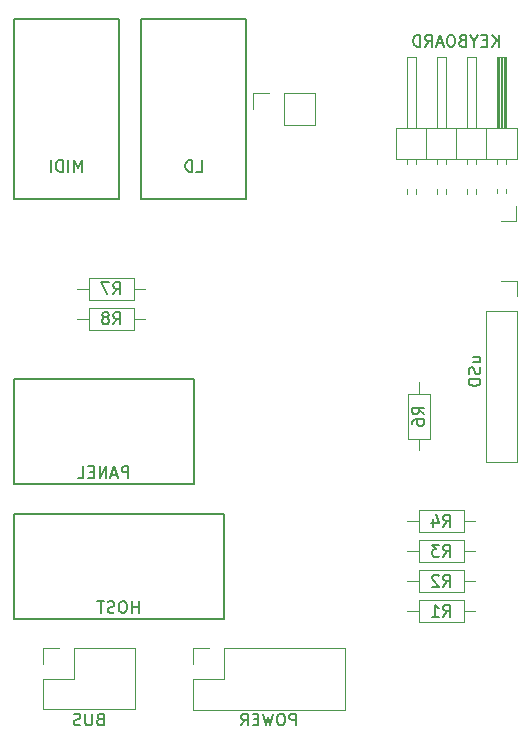
<source format=gbo>
G04 #@! TF.GenerationSoftware,KiCad,Pcbnew,6.0.4+dfsg-1+b1*
G04 #@! TF.CreationDate,2022-04-24T01:07:45+03:00*
G04 #@! TF.ProjectId,yatabaza-cpu,79617461-6261-47a6-912d-6370752e6b69,rev?*
G04 #@! TF.SameCoordinates,Original*
G04 #@! TF.FileFunction,Legend,Bot*
G04 #@! TF.FilePolarity,Positive*
%FSLAX46Y46*%
G04 Gerber Fmt 4.6, Leading zero omitted, Abs format (unit mm)*
G04 Created by KiCad (PCBNEW 6.0.4+dfsg-1+b1) date 2022-04-24 01:07:45*
%MOMM*%
%LPD*%
G01*
G04 APERTURE LIST*
%ADD10C,0.200000*%
%ADD11C,0.150000*%
%ADD12C,0.120000*%
%ADD13C,1.600000*%
%ADD14C,3.800000*%
%ADD15R,1.700000X1.700000*%
%ADD16O,1.700000X1.700000*%
%ADD17C,1.400000*%
%ADD18O,1.400000X1.400000*%
%ADD19R,1.600000X1.600000*%
%ADD20O,1.600000X1.600000*%
G04 APERTURE END LIST*
D10*
X14605000Y-53975000D02*
X32385000Y-53975000D01*
X29845000Y-51435000D02*
X14605000Y-51435000D01*
X23495000Y-12065000D02*
X23495000Y-27305000D01*
X29845000Y-42545000D02*
X29845000Y-51435000D01*
X14605000Y-62865000D02*
X32385000Y-62865000D01*
X34290000Y-12065000D02*
X34290000Y-27305000D01*
X14605000Y-51435000D02*
X14605000Y-42545000D01*
X14605000Y-12065000D02*
X23495000Y-12065000D01*
X14605000Y-27305000D02*
X14605000Y-12065000D01*
X34290000Y-27305000D02*
X25400000Y-27305000D01*
X23495000Y-27305000D02*
X14605000Y-27305000D01*
X14605000Y-53975000D02*
X14605000Y-62865000D01*
X32385000Y-62865000D02*
X32385000Y-53975000D01*
X25400000Y-12065000D02*
X34290000Y-12065000D01*
X14605000Y-42545000D02*
X29845000Y-42545000D01*
X25400000Y-27305000D02*
X25400000Y-12065000D01*
D11*
X24296428Y-50934880D02*
X24296428Y-49934880D01*
X23915476Y-49934880D01*
X23820238Y-49982500D01*
X23772619Y-50030119D01*
X23725000Y-50125357D01*
X23725000Y-50268214D01*
X23772619Y-50363452D01*
X23820238Y-50411071D01*
X23915476Y-50458690D01*
X24296428Y-50458690D01*
X23344047Y-50649166D02*
X22867857Y-50649166D01*
X23439285Y-50934880D02*
X23105952Y-49934880D01*
X22772619Y-50934880D01*
X22439285Y-50934880D02*
X22439285Y-49934880D01*
X21867857Y-50934880D01*
X21867857Y-49934880D01*
X21391666Y-50411071D02*
X21058333Y-50411071D01*
X20915476Y-50934880D02*
X21391666Y-50934880D01*
X21391666Y-49934880D01*
X20915476Y-49934880D01*
X20010714Y-50934880D02*
X20486904Y-50934880D01*
X20486904Y-49934880D01*
X30035476Y-25007380D02*
X30511666Y-25007380D01*
X30511666Y-24007380D01*
X29702142Y-25007380D02*
X29702142Y-24007380D01*
X29464047Y-24007380D01*
X29321190Y-24055000D01*
X29225952Y-24150238D01*
X29178333Y-24245476D01*
X29130714Y-24435952D01*
X29130714Y-24578809D01*
X29178333Y-24769285D01*
X29225952Y-24864523D01*
X29321190Y-24959761D01*
X29464047Y-25007380D01*
X29702142Y-25007380D01*
X25161666Y-62364880D02*
X25161666Y-61364880D01*
X25161666Y-61841071D02*
X24590238Y-61841071D01*
X24590238Y-62364880D02*
X24590238Y-61364880D01*
X23923571Y-61364880D02*
X23733095Y-61364880D01*
X23637857Y-61412500D01*
X23542619Y-61507738D01*
X23495000Y-61698214D01*
X23495000Y-62031547D01*
X23542619Y-62222023D01*
X23637857Y-62317261D01*
X23733095Y-62364880D01*
X23923571Y-62364880D01*
X24018809Y-62317261D01*
X24114047Y-62222023D01*
X24161666Y-62031547D01*
X24161666Y-61698214D01*
X24114047Y-61507738D01*
X24018809Y-61412500D01*
X23923571Y-61364880D01*
X23114047Y-62317261D02*
X22971190Y-62364880D01*
X22733095Y-62364880D01*
X22637857Y-62317261D01*
X22590238Y-62269642D01*
X22542619Y-62174404D01*
X22542619Y-62079166D01*
X22590238Y-61983928D01*
X22637857Y-61936309D01*
X22733095Y-61888690D01*
X22923571Y-61841071D01*
X23018809Y-61793452D01*
X23066428Y-61745833D01*
X23114047Y-61650595D01*
X23114047Y-61555357D01*
X23066428Y-61460119D01*
X23018809Y-61412500D01*
X22923571Y-61364880D01*
X22685476Y-61364880D01*
X22542619Y-61412500D01*
X22256904Y-61364880D02*
X21685476Y-61364880D01*
X21971190Y-62364880D02*
X21971190Y-61364880D01*
X20359523Y-25007380D02*
X20359523Y-24007380D01*
X20026190Y-24721666D01*
X19692857Y-24007380D01*
X19692857Y-25007380D01*
X19216666Y-25007380D02*
X19216666Y-24007380D01*
X18740476Y-25007380D02*
X18740476Y-24007380D01*
X18502380Y-24007380D01*
X18359523Y-24055000D01*
X18264285Y-24150238D01*
X18216666Y-24245476D01*
X18169047Y-24435952D01*
X18169047Y-24578809D01*
X18216666Y-24769285D01*
X18264285Y-24864523D01*
X18359523Y-24959761D01*
X18502380Y-25007380D01*
X18740476Y-25007380D01*
X17740476Y-25007380D02*
X17740476Y-24007380D01*
X21898571Y-71366071D02*
X21755714Y-71413690D01*
X21708095Y-71461309D01*
X21660476Y-71556547D01*
X21660476Y-71699404D01*
X21708095Y-71794642D01*
X21755714Y-71842261D01*
X21850952Y-71889880D01*
X22231904Y-71889880D01*
X22231904Y-70889880D01*
X21898571Y-70889880D01*
X21803333Y-70937500D01*
X21755714Y-70985119D01*
X21708095Y-71080357D01*
X21708095Y-71175595D01*
X21755714Y-71270833D01*
X21803333Y-71318452D01*
X21898571Y-71366071D01*
X22231904Y-71366071D01*
X21231904Y-70889880D02*
X21231904Y-71699404D01*
X21184285Y-71794642D01*
X21136666Y-71842261D01*
X21041428Y-71889880D01*
X20850952Y-71889880D01*
X20755714Y-71842261D01*
X20708095Y-71794642D01*
X20660476Y-71699404D01*
X20660476Y-70889880D01*
X20231904Y-71842261D02*
X20089047Y-71889880D01*
X19850952Y-71889880D01*
X19755714Y-71842261D01*
X19708095Y-71794642D01*
X19660476Y-71699404D01*
X19660476Y-71604166D01*
X19708095Y-71508928D01*
X19755714Y-71461309D01*
X19850952Y-71413690D01*
X20041428Y-71366071D01*
X20136666Y-71318452D01*
X20184285Y-71270833D01*
X20231904Y-71175595D01*
X20231904Y-71080357D01*
X20184285Y-70985119D01*
X20136666Y-70937500D01*
X20041428Y-70889880D01*
X19803333Y-70889880D01*
X19660476Y-70937500D01*
X38504523Y-71889880D02*
X38504523Y-70889880D01*
X38123571Y-70889880D01*
X38028333Y-70937500D01*
X37980714Y-70985119D01*
X37933095Y-71080357D01*
X37933095Y-71223214D01*
X37980714Y-71318452D01*
X38028333Y-71366071D01*
X38123571Y-71413690D01*
X38504523Y-71413690D01*
X37314047Y-70889880D02*
X37123571Y-70889880D01*
X37028333Y-70937500D01*
X36933095Y-71032738D01*
X36885476Y-71223214D01*
X36885476Y-71556547D01*
X36933095Y-71747023D01*
X37028333Y-71842261D01*
X37123571Y-71889880D01*
X37314047Y-71889880D01*
X37409285Y-71842261D01*
X37504523Y-71747023D01*
X37552142Y-71556547D01*
X37552142Y-71223214D01*
X37504523Y-71032738D01*
X37409285Y-70937500D01*
X37314047Y-70889880D01*
X36552142Y-70889880D02*
X36314047Y-71889880D01*
X36123571Y-71175595D01*
X35933095Y-71889880D01*
X35695000Y-70889880D01*
X35314047Y-71366071D02*
X34980714Y-71366071D01*
X34837857Y-71889880D02*
X35314047Y-71889880D01*
X35314047Y-70889880D01*
X34837857Y-70889880D01*
X33837857Y-71889880D02*
X34171190Y-71413690D01*
X34409285Y-71889880D02*
X34409285Y-70889880D01*
X34028333Y-70889880D01*
X33933095Y-70937500D01*
X33885476Y-70985119D01*
X33837857Y-71080357D01*
X33837857Y-71223214D01*
X33885476Y-71318452D01*
X33933095Y-71366071D01*
X34028333Y-71413690D01*
X34409285Y-71413690D01*
X53443214Y-41148095D02*
X54109880Y-41148095D01*
X53443214Y-40719523D02*
X53967023Y-40719523D01*
X54062261Y-40767142D01*
X54109880Y-40862380D01*
X54109880Y-41005238D01*
X54062261Y-41100476D01*
X54014642Y-41148095D01*
X54062261Y-41576666D02*
X54109880Y-41719523D01*
X54109880Y-41957619D01*
X54062261Y-42052857D01*
X54014642Y-42100476D01*
X53919404Y-42148095D01*
X53824166Y-42148095D01*
X53728928Y-42100476D01*
X53681309Y-42052857D01*
X53633690Y-41957619D01*
X53586071Y-41767142D01*
X53538452Y-41671904D01*
X53490833Y-41624285D01*
X53395595Y-41576666D01*
X53300357Y-41576666D01*
X53205119Y-41624285D01*
X53157500Y-41671904D01*
X53109880Y-41767142D01*
X53109880Y-42005238D01*
X53157500Y-42148095D01*
X54109880Y-42576666D02*
X53109880Y-42576666D01*
X53109880Y-42814761D01*
X53157500Y-42957619D01*
X53252738Y-43052857D01*
X53347976Y-43100476D01*
X53538452Y-43148095D01*
X53681309Y-43148095D01*
X53871785Y-43100476D01*
X53967023Y-43052857D01*
X54062261Y-42957619D01*
X54109880Y-42814761D01*
X54109880Y-42576666D01*
X55665238Y-14422380D02*
X55665238Y-13422380D01*
X55093809Y-14422380D02*
X55522380Y-13850952D01*
X55093809Y-13422380D02*
X55665238Y-13993809D01*
X54665238Y-13898571D02*
X54331904Y-13898571D01*
X54189047Y-14422380D02*
X54665238Y-14422380D01*
X54665238Y-13422380D01*
X54189047Y-13422380D01*
X53570000Y-13946190D02*
X53570000Y-14422380D01*
X53903333Y-13422380D02*
X53570000Y-13946190D01*
X53236666Y-13422380D01*
X52570000Y-13898571D02*
X52427142Y-13946190D01*
X52379523Y-13993809D01*
X52331904Y-14089047D01*
X52331904Y-14231904D01*
X52379523Y-14327142D01*
X52427142Y-14374761D01*
X52522380Y-14422380D01*
X52903333Y-14422380D01*
X52903333Y-13422380D01*
X52570000Y-13422380D01*
X52474761Y-13470000D01*
X52427142Y-13517619D01*
X52379523Y-13612857D01*
X52379523Y-13708095D01*
X52427142Y-13803333D01*
X52474761Y-13850952D01*
X52570000Y-13898571D01*
X52903333Y-13898571D01*
X51712857Y-13422380D02*
X51522380Y-13422380D01*
X51427142Y-13470000D01*
X51331904Y-13565238D01*
X51284285Y-13755714D01*
X51284285Y-14089047D01*
X51331904Y-14279523D01*
X51427142Y-14374761D01*
X51522380Y-14422380D01*
X51712857Y-14422380D01*
X51808095Y-14374761D01*
X51903333Y-14279523D01*
X51950952Y-14089047D01*
X51950952Y-13755714D01*
X51903333Y-13565238D01*
X51808095Y-13470000D01*
X51712857Y-13422380D01*
X50903333Y-14136666D02*
X50427142Y-14136666D01*
X50998571Y-14422380D02*
X50665238Y-13422380D01*
X50331904Y-14422380D01*
X49427142Y-14422380D02*
X49760476Y-13946190D01*
X49998571Y-14422380D02*
X49998571Y-13422380D01*
X49617619Y-13422380D01*
X49522380Y-13470000D01*
X49474761Y-13517619D01*
X49427142Y-13612857D01*
X49427142Y-13755714D01*
X49474761Y-13850952D01*
X49522380Y-13898571D01*
X49617619Y-13946190D01*
X49998571Y-13946190D01*
X48998571Y-14422380D02*
X48998571Y-13422380D01*
X48760476Y-13422380D01*
X48617619Y-13470000D01*
X48522380Y-13565238D01*
X48474761Y-13660476D01*
X48427142Y-13850952D01*
X48427142Y-13993809D01*
X48474761Y-14184285D01*
X48522380Y-14279523D01*
X48617619Y-14374761D01*
X48760476Y-14422380D01*
X48998571Y-14422380D01*
X23026666Y-35377380D02*
X23360000Y-34901190D01*
X23598095Y-35377380D02*
X23598095Y-34377380D01*
X23217142Y-34377380D01*
X23121904Y-34425000D01*
X23074285Y-34472619D01*
X23026666Y-34567857D01*
X23026666Y-34710714D01*
X23074285Y-34805952D01*
X23121904Y-34853571D01*
X23217142Y-34901190D01*
X23598095Y-34901190D01*
X22693333Y-34377380D02*
X22026666Y-34377380D01*
X22455238Y-35377380D01*
X23026666Y-37917380D02*
X23360000Y-37441190D01*
X23598095Y-37917380D02*
X23598095Y-36917380D01*
X23217142Y-36917380D01*
X23121904Y-36965000D01*
X23074285Y-37012619D01*
X23026666Y-37107857D01*
X23026666Y-37250714D01*
X23074285Y-37345952D01*
X23121904Y-37393571D01*
X23217142Y-37441190D01*
X23598095Y-37441190D01*
X22455238Y-37345952D02*
X22550476Y-37298333D01*
X22598095Y-37250714D01*
X22645714Y-37155476D01*
X22645714Y-37107857D01*
X22598095Y-37012619D01*
X22550476Y-36965000D01*
X22455238Y-36917380D01*
X22264761Y-36917380D01*
X22169523Y-36965000D01*
X22121904Y-37012619D01*
X22074285Y-37107857D01*
X22074285Y-37155476D01*
X22121904Y-37250714D01*
X22169523Y-37298333D01*
X22264761Y-37345952D01*
X22455238Y-37345952D01*
X22550476Y-37393571D01*
X22598095Y-37441190D01*
X22645714Y-37536428D01*
X22645714Y-37726904D01*
X22598095Y-37822142D01*
X22550476Y-37869761D01*
X22455238Y-37917380D01*
X22264761Y-37917380D01*
X22169523Y-37869761D01*
X22121904Y-37822142D01*
X22074285Y-37726904D01*
X22074285Y-37536428D01*
X22121904Y-37441190D01*
X22169523Y-37393571D01*
X22264761Y-37345952D01*
X49347380Y-45553333D02*
X48871190Y-45220000D01*
X49347380Y-44981904D02*
X48347380Y-44981904D01*
X48347380Y-45362857D01*
X48395000Y-45458095D01*
X48442619Y-45505714D01*
X48537857Y-45553333D01*
X48680714Y-45553333D01*
X48775952Y-45505714D01*
X48823571Y-45458095D01*
X48871190Y-45362857D01*
X48871190Y-44981904D01*
X48347380Y-46410476D02*
X48347380Y-46220000D01*
X48395000Y-46124761D01*
X48442619Y-46077142D01*
X48585476Y-45981904D01*
X48775952Y-45934285D01*
X49156904Y-45934285D01*
X49252142Y-45981904D01*
X49299761Y-46029523D01*
X49347380Y-46124761D01*
X49347380Y-46315238D01*
X49299761Y-46410476D01*
X49252142Y-46458095D01*
X49156904Y-46505714D01*
X48918809Y-46505714D01*
X48823571Y-46458095D01*
X48775952Y-46410476D01*
X48728333Y-46315238D01*
X48728333Y-46124761D01*
X48775952Y-46029523D01*
X48823571Y-45981904D01*
X48918809Y-45934285D01*
X50966666Y-62682380D02*
X51300000Y-62206190D01*
X51538095Y-62682380D02*
X51538095Y-61682380D01*
X51157142Y-61682380D01*
X51061904Y-61730000D01*
X51014285Y-61777619D01*
X50966666Y-61872857D01*
X50966666Y-62015714D01*
X51014285Y-62110952D01*
X51061904Y-62158571D01*
X51157142Y-62206190D01*
X51538095Y-62206190D01*
X50014285Y-62682380D02*
X50585714Y-62682380D01*
X50300000Y-62682380D02*
X50300000Y-61682380D01*
X50395238Y-61825238D01*
X50490476Y-61920476D01*
X50585714Y-61968095D01*
X50966666Y-60142380D02*
X51300000Y-59666190D01*
X51538095Y-60142380D02*
X51538095Y-59142380D01*
X51157142Y-59142380D01*
X51061904Y-59190000D01*
X51014285Y-59237619D01*
X50966666Y-59332857D01*
X50966666Y-59475714D01*
X51014285Y-59570952D01*
X51061904Y-59618571D01*
X51157142Y-59666190D01*
X51538095Y-59666190D01*
X50585714Y-59237619D02*
X50538095Y-59190000D01*
X50442857Y-59142380D01*
X50204761Y-59142380D01*
X50109523Y-59190000D01*
X50061904Y-59237619D01*
X50014285Y-59332857D01*
X50014285Y-59428095D01*
X50061904Y-59570952D01*
X50633333Y-60142380D01*
X50014285Y-60142380D01*
X50966666Y-57602380D02*
X51300000Y-57126190D01*
X51538095Y-57602380D02*
X51538095Y-56602380D01*
X51157142Y-56602380D01*
X51061904Y-56650000D01*
X51014285Y-56697619D01*
X50966666Y-56792857D01*
X50966666Y-56935714D01*
X51014285Y-57030952D01*
X51061904Y-57078571D01*
X51157142Y-57126190D01*
X51538095Y-57126190D01*
X50633333Y-56602380D02*
X50014285Y-56602380D01*
X50347619Y-56983333D01*
X50204761Y-56983333D01*
X50109523Y-57030952D01*
X50061904Y-57078571D01*
X50014285Y-57173809D01*
X50014285Y-57411904D01*
X50061904Y-57507142D01*
X50109523Y-57554761D01*
X50204761Y-57602380D01*
X50490476Y-57602380D01*
X50585714Y-57554761D01*
X50633333Y-57507142D01*
X50966666Y-55062380D02*
X51300000Y-54586190D01*
X51538095Y-55062380D02*
X51538095Y-54062380D01*
X51157142Y-54062380D01*
X51061904Y-54110000D01*
X51014285Y-54157619D01*
X50966666Y-54252857D01*
X50966666Y-54395714D01*
X51014285Y-54490952D01*
X51061904Y-54538571D01*
X51157142Y-54586190D01*
X51538095Y-54586190D01*
X50109523Y-54395714D02*
X50109523Y-55062380D01*
X50347619Y-54014761D02*
X50585714Y-54729047D01*
X49966666Y-54729047D01*
D12*
X17100000Y-70540000D02*
X24840000Y-70540000D01*
X19700000Y-65340000D02*
X24840000Y-65340000D01*
X19700000Y-67940000D02*
X17100000Y-67940000D01*
X19700000Y-65340000D02*
X19700000Y-67940000D01*
X17100000Y-67940000D02*
X17100000Y-70540000D01*
X24840000Y-65340000D02*
X24840000Y-70540000D01*
X18430000Y-65340000D02*
X17100000Y-65340000D01*
X17100000Y-65340000D02*
X17100000Y-66670000D01*
X29785000Y-67945000D02*
X29785000Y-70545000D01*
X29785000Y-65345000D02*
X29785000Y-66675000D01*
X32385000Y-67945000D02*
X29785000Y-67945000D01*
X32385000Y-65345000D02*
X42605000Y-65345000D01*
X32385000Y-65345000D02*
X32385000Y-67945000D01*
X31115000Y-65345000D02*
X29785000Y-65345000D01*
X42605000Y-65345000D02*
X42605000Y-70545000D01*
X29785000Y-70545000D02*
X42605000Y-70545000D01*
X37465000Y-21015000D02*
X40065000Y-21015000D01*
X36195000Y-18355000D02*
X34865000Y-18355000D01*
X34865000Y-18355000D02*
X34865000Y-19685000D01*
X37465000Y-18355000D02*
X40065000Y-18355000D01*
X40065000Y-18355000D02*
X40065000Y-21015000D01*
X37465000Y-18355000D02*
X37465000Y-21015000D01*
X57210000Y-36830000D02*
X57210000Y-49590000D01*
X57210000Y-36830000D02*
X54550000Y-36830000D01*
X57210000Y-34230000D02*
X55880000Y-34230000D01*
X57210000Y-49590000D02*
X54550000Y-49590000D01*
X54550000Y-36830000D02*
X54550000Y-49590000D01*
X57210000Y-35560000D02*
X57210000Y-34230000D01*
X55500000Y-15300000D02*
X55500000Y-21300000D01*
X48640000Y-21300000D02*
X48640000Y-15300000D01*
X55500000Y-26830000D02*
X55500000Y-26442929D01*
X55500000Y-24357071D02*
X55500000Y-23960000D01*
X51180000Y-24357071D02*
X51180000Y-23960000D01*
X56080000Y-21300000D02*
X56080000Y-15300000D01*
X47880000Y-15300000D02*
X47880000Y-21300000D01*
X48640000Y-26897071D02*
X48640000Y-26442929D01*
X56260000Y-24357071D02*
X56260000Y-23960000D01*
X55720000Y-21300000D02*
X55720000Y-15300000D01*
X52070000Y-23960000D02*
X52070000Y-21300000D01*
X56200000Y-21300000D02*
X56200000Y-15300000D01*
X50420000Y-24357071D02*
X50420000Y-23960000D01*
X51180000Y-26897071D02*
X51180000Y-26442929D01*
X51180000Y-15300000D02*
X50420000Y-15300000D01*
X55960000Y-21300000D02*
X55960000Y-15300000D01*
X56260000Y-26830000D02*
X56260000Y-26442929D01*
X54610000Y-23960000D02*
X54610000Y-21300000D01*
X50420000Y-26897071D02*
X50420000Y-26442929D01*
X55600000Y-21300000D02*
X55600000Y-15300000D01*
X46930000Y-23960000D02*
X46930000Y-21300000D01*
X53720000Y-26897071D02*
X53720000Y-26442929D01*
X48640000Y-15300000D02*
X47880000Y-15300000D01*
X50420000Y-15300000D02*
X50420000Y-21300000D01*
X53720000Y-21300000D02*
X53720000Y-15300000D01*
X57210000Y-21300000D02*
X57210000Y-23960000D01*
X53720000Y-24357071D02*
X53720000Y-23960000D01*
X47880000Y-24357071D02*
X47880000Y-23960000D01*
X52960000Y-24357071D02*
X52960000Y-23960000D01*
X48640000Y-24357071D02*
X48640000Y-23960000D01*
X52960000Y-15300000D02*
X52960000Y-21300000D01*
X57150000Y-29210000D02*
X57150000Y-27940000D01*
X57210000Y-23960000D02*
X46930000Y-23960000D01*
X53720000Y-15300000D02*
X52960000Y-15300000D01*
X56260000Y-15300000D02*
X55500000Y-15300000D01*
X46930000Y-21300000D02*
X57210000Y-21300000D01*
X55880000Y-29210000D02*
X57150000Y-29210000D01*
X47880000Y-26897071D02*
X47880000Y-26442929D01*
X56260000Y-21300000D02*
X56260000Y-15300000D01*
X55840000Y-21300000D02*
X55840000Y-15300000D01*
X51180000Y-21300000D02*
X51180000Y-15300000D01*
X49530000Y-23960000D02*
X49530000Y-21300000D01*
X52960000Y-26897071D02*
X52960000Y-26442929D01*
X25730000Y-34925000D02*
X24780000Y-34925000D01*
X19990000Y-34925000D02*
X20940000Y-34925000D01*
X20940000Y-34005000D02*
X24780000Y-34005000D01*
X24780000Y-35845000D02*
X20940000Y-35845000D01*
X24780000Y-34005000D02*
X24780000Y-35845000D01*
X20940000Y-35845000D02*
X20940000Y-34005000D01*
X25730000Y-37465000D02*
X24780000Y-37465000D01*
X24780000Y-36545000D02*
X24780000Y-38385000D01*
X19990000Y-37465000D02*
X20940000Y-37465000D01*
X20940000Y-38385000D02*
X20940000Y-36545000D01*
X24780000Y-38385000D02*
X20940000Y-38385000D01*
X20940000Y-36545000D02*
X24780000Y-36545000D01*
X47975000Y-43800000D02*
X49815000Y-43800000D01*
X49815000Y-43800000D02*
X49815000Y-47640000D01*
X48895000Y-48590000D02*
X48895000Y-47640000D01*
X47975000Y-47640000D02*
X47975000Y-43800000D01*
X49815000Y-47640000D02*
X47975000Y-47640000D01*
X48895000Y-42850000D02*
X48895000Y-43800000D01*
X52720000Y-58770000D02*
X52720000Y-60610000D01*
X53670000Y-59690000D02*
X52720000Y-59690000D01*
X48880000Y-58770000D02*
X52720000Y-58770000D01*
X48880000Y-60610000D02*
X48880000Y-58770000D01*
X47930000Y-59690000D02*
X48880000Y-59690000D01*
X52720000Y-60610000D02*
X48880000Y-60610000D01*
X47930000Y-62230000D02*
X48880000Y-62230000D01*
X53670000Y-62230000D02*
X52720000Y-62230000D01*
X48880000Y-61310000D02*
X52720000Y-61310000D01*
X48880000Y-63150000D02*
X48880000Y-61310000D01*
X52720000Y-61310000D02*
X52720000Y-63150000D01*
X52720000Y-63150000D02*
X48880000Y-63150000D01*
X48880000Y-56230000D02*
X52720000Y-56230000D01*
X48880000Y-58070000D02*
X48880000Y-56230000D01*
X52720000Y-56230000D02*
X52720000Y-58070000D01*
X52720000Y-58070000D02*
X48880000Y-58070000D01*
X53670000Y-57150000D02*
X52720000Y-57150000D01*
X47930000Y-57150000D02*
X48880000Y-57150000D01*
X52720000Y-55530000D02*
X48880000Y-55530000D01*
X48880000Y-53690000D02*
X52720000Y-53690000D01*
X48880000Y-55530000D02*
X48880000Y-53690000D01*
X53670000Y-54610000D02*
X52720000Y-54610000D01*
X52720000Y-53690000D02*
X52720000Y-55530000D01*
X47930000Y-54610000D02*
X48880000Y-54610000D01*
%LPC*%
D13*
X34925000Y-49530000D03*
X32425000Y-49530000D03*
X30480000Y-38120000D03*
X30480000Y-40620000D03*
D14*
X38735000Y-15240000D03*
X38735000Y-60960000D03*
D15*
X27305000Y-65405000D03*
D16*
X27305000Y-67945000D03*
X27305000Y-70485000D03*
D15*
X24765000Y-45720000D03*
D16*
X24765000Y-48260000D03*
X22225000Y-45720000D03*
X22225000Y-48260000D03*
X19685000Y-45720000D03*
X19685000Y-48260000D03*
D15*
X28575000Y-17145000D03*
D16*
X31115000Y-17145000D03*
X28575000Y-19685000D03*
X31115000Y-19685000D03*
X28575000Y-22225000D03*
X31115000Y-22225000D03*
D15*
X27305000Y-57150000D03*
D16*
X27305000Y-59690000D03*
X24765000Y-57150000D03*
X24765000Y-59690000D03*
X22225000Y-57150000D03*
X22225000Y-59690000D03*
X19685000Y-57150000D03*
X19685000Y-59690000D03*
D15*
X17780000Y-17145000D03*
D16*
X20320000Y-17145000D03*
X17780000Y-19685000D03*
X20320000Y-19685000D03*
X17780000Y-22225000D03*
X20320000Y-22225000D03*
D17*
X40640000Y-52020000D03*
D18*
X40640000Y-49480000D03*
D17*
X30480000Y-35510000D03*
D18*
X30480000Y-32970000D03*
D17*
X26720000Y-29845000D03*
D18*
X29260000Y-29845000D03*
D19*
X44450000Y-21590000D03*
D20*
X44450000Y-24130000D03*
X44450000Y-26670000D03*
X44450000Y-29210000D03*
X44450000Y-31750000D03*
X44450000Y-34290000D03*
X44450000Y-36830000D03*
X44450000Y-39370000D03*
X44450000Y-41910000D03*
X44450000Y-44450000D03*
X44450000Y-46990000D03*
X44450000Y-49530000D03*
X44450000Y-52070000D03*
X44450000Y-54610000D03*
X44450000Y-57150000D03*
X44450000Y-59690000D03*
X44450000Y-62230000D03*
X44450000Y-64770000D03*
X44450000Y-67310000D03*
X44450000Y-69850000D03*
X59690000Y-69850000D03*
X59690000Y-67310000D03*
X59690000Y-64770000D03*
X59690000Y-62230000D03*
X59690000Y-59690000D03*
X59690000Y-57150000D03*
X59690000Y-54610000D03*
X59690000Y-52070000D03*
X59690000Y-49530000D03*
X59690000Y-46990000D03*
X59690000Y-44450000D03*
X59690000Y-41910000D03*
X59690000Y-39370000D03*
X59690000Y-36830000D03*
X59690000Y-34290000D03*
X59690000Y-31750000D03*
X59690000Y-29210000D03*
X59690000Y-26670000D03*
X59690000Y-24130000D03*
X59690000Y-21590000D03*
D19*
X40640000Y-45720000D03*
D20*
X40640000Y-43180000D03*
X40640000Y-40640000D03*
X40640000Y-38100000D03*
X40640000Y-35560000D03*
X40640000Y-33020000D03*
X40640000Y-30480000D03*
X33020000Y-30480000D03*
X33020000Y-33020000D03*
X33020000Y-35560000D03*
X33020000Y-38100000D03*
X33020000Y-40640000D03*
X33020000Y-43180000D03*
X33020000Y-45720000D03*
D19*
X26670000Y-32385000D03*
D20*
X24130000Y-32385000D03*
X21590000Y-32385000D03*
X19050000Y-32385000D03*
X19050000Y-40005000D03*
X21590000Y-40005000D03*
X24130000Y-40005000D03*
X26670000Y-40005000D03*
D19*
X24130000Y-29845000D03*
D20*
X21590000Y-29845000D03*
D15*
X18430000Y-66670000D03*
D16*
X18430000Y-69210000D03*
X20970000Y-66670000D03*
X20970000Y-69210000D03*
X23510000Y-66670000D03*
X23510000Y-69210000D03*
D15*
X31115000Y-66675000D03*
D16*
X31115000Y-69215000D03*
X33655000Y-66675000D03*
X33655000Y-69215000D03*
X36195000Y-66675000D03*
X36195000Y-69215000D03*
X38735000Y-66675000D03*
X38735000Y-69215000D03*
X41275000Y-66675000D03*
X41275000Y-69215000D03*
D15*
X36195000Y-19685000D03*
D16*
X38735000Y-19685000D03*
D15*
X55880000Y-35560000D03*
D16*
X55880000Y-38100000D03*
X55880000Y-40640000D03*
X55880000Y-43180000D03*
X55880000Y-45720000D03*
X55880000Y-48260000D03*
D15*
X55880000Y-27940000D03*
D16*
X55880000Y-25400000D03*
X53340000Y-27940000D03*
X53340000Y-25400000D03*
X50800000Y-27940000D03*
X50800000Y-25400000D03*
X48260000Y-27940000D03*
X48260000Y-25400000D03*
D17*
X19050000Y-34925000D03*
D18*
X26670000Y-34925000D03*
D17*
X19050000Y-37465000D03*
D18*
X26670000Y-37465000D03*
D17*
X48895000Y-41910000D03*
D18*
X48895000Y-49530000D03*
D17*
X46990000Y-59690000D03*
D18*
X54610000Y-59690000D03*
D17*
X54610000Y-62230000D03*
D18*
X46990000Y-62230000D03*
D17*
X46990000Y-57150000D03*
D18*
X54610000Y-57150000D03*
D17*
X46990000Y-54610000D03*
D18*
X54610000Y-54610000D03*
M02*

</source>
